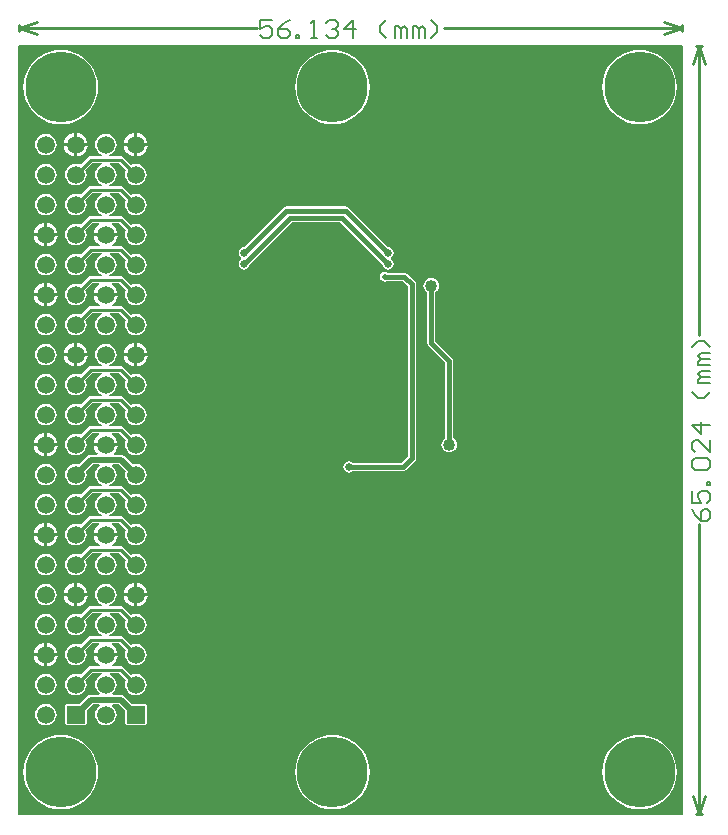
<source format=gbl>
G04 Layer_Physical_Order=2*
G04 Layer_Color=16711680*
%FSLAX44Y44*%
%MOMM*%
G71*
G01*
G75*
%ADD25C,0.2540*%
%ADD26C,0.5080*%
%ADD27C,0.3810*%
%ADD28C,0.1270*%
%ADD29C,0.1524*%
%ADD30C,6.0000*%
%ADD31C,1.5000*%
%ADD32R,1.5000X1.5000*%
%ADD33C,0.6350*%
%ADD34C,1.0160*%
%ADD35C,0.5080*%
G36*
X873760Y370840D02*
X312420D01*
Y1021080D01*
X873760D01*
Y370840D01*
D02*
G37*
%LPC*%
G36*
X334010Y617019D02*
X332659Y616842D01*
X330217Y615830D01*
X328119Y614221D01*
X326510Y612123D01*
X325498Y609681D01*
X325321Y608330D01*
X334010D01*
Y617019D01*
D02*
G37*
G36*
X396039Y605790D02*
X386080D01*
X376121D01*
X376298Y604439D01*
X377310Y601997D01*
X378919Y599899D01*
X380771Y598479D01*
X380566Y597448D01*
X380439Y597209D01*
X373380D01*
X373380Y597209D01*
X372290Y596992D01*
X371366Y596374D01*
X371366Y596374D01*
X364738Y589747D01*
X363036Y590452D01*
X360680Y590762D01*
X358324Y590452D01*
X356129Y589542D01*
X354244Y588096D01*
X352798Y586211D01*
X351888Y584016D01*
X351578Y581660D01*
X351888Y579304D01*
X352798Y577109D01*
X354244Y575224D01*
X356129Y573778D01*
X358324Y572868D01*
X360680Y572558D01*
X363036Y572868D01*
X365231Y573778D01*
X367116Y575224D01*
X368562Y577109D01*
X369472Y579304D01*
X369782Y581660D01*
X369472Y584016D01*
X368767Y585718D01*
X374560Y591511D01*
X382963D01*
X383216Y590241D01*
X381529Y589542D01*
X379644Y588096D01*
X378198Y586211D01*
X377288Y584016D01*
X376978Y581660D01*
X377288Y579304D01*
X378198Y577109D01*
X379644Y575224D01*
X381529Y573778D01*
X383724Y572868D01*
X386080Y572558D01*
X388436Y572868D01*
X390631Y573778D01*
X392516Y575224D01*
X393962Y577109D01*
X394872Y579304D01*
X395182Y581660D01*
X394872Y584016D01*
X393962Y586211D01*
X392516Y588096D01*
X390631Y589542D01*
X388944Y590241D01*
X389197Y591511D01*
X397600D01*
X403393Y585718D01*
X402688Y584016D01*
X402378Y581660D01*
X402688Y579304D01*
X403598Y577109D01*
X405044Y575224D01*
X406929Y573778D01*
X409124Y572868D01*
X411480Y572558D01*
X413836Y572868D01*
X416031Y573778D01*
X417916Y575224D01*
X419362Y577109D01*
X420272Y579304D01*
X420582Y581660D01*
X420272Y584016D01*
X419362Y586211D01*
X417916Y588096D01*
X416031Y589542D01*
X413836Y590452D01*
X411480Y590762D01*
X409124Y590452D01*
X407422Y589747D01*
X400794Y596374D01*
X399870Y596992D01*
X398780Y597209D01*
X398780Y597209D01*
X391721D01*
X391594Y597448D01*
X391389Y598479D01*
X393241Y599899D01*
X394850Y601997D01*
X395862Y604439D01*
X396039Y605790D01*
D02*
G37*
G36*
X335280Y641562D02*
X332924Y641252D01*
X330729Y640342D01*
X328844Y638896D01*
X327398Y637011D01*
X326488Y634816D01*
X326178Y632460D01*
X326488Y630104D01*
X327398Y627909D01*
X328844Y626024D01*
X330729Y624578D01*
X332924Y623668D01*
X335280Y623358D01*
X337636Y623668D01*
X339831Y624578D01*
X341716Y626024D01*
X343162Y627909D01*
X344072Y630104D01*
X344382Y632460D01*
X344072Y634816D01*
X343162Y637011D01*
X341716Y638896D01*
X339831Y640342D01*
X337636Y641252D01*
X335280Y641562D01*
D02*
G37*
G36*
X336550Y617019D02*
Y608330D01*
X345239D01*
X345062Y609681D01*
X344050Y612123D01*
X342441Y614221D01*
X340343Y615830D01*
X337901Y616842D01*
X336550Y617019D01*
D02*
G37*
G36*
X345239Y605790D02*
X336550D01*
Y597101D01*
X337901Y597278D01*
X340343Y598290D01*
X342441Y599899D01*
X344050Y601997D01*
X345062Y604439D01*
X345239Y605790D01*
D02*
G37*
G36*
X412750Y566219D02*
Y557530D01*
X421439D01*
X421262Y558881D01*
X420250Y561323D01*
X418641Y563421D01*
X416543Y565030D01*
X414101Y566042D01*
X412750Y566219D01*
D02*
G37*
G36*
X361950D02*
Y557530D01*
X370639D01*
X370462Y558881D01*
X369450Y561323D01*
X367841Y563421D01*
X365743Y565030D01*
X363301Y566042D01*
X361950Y566219D01*
D02*
G37*
G36*
X334010Y605790D02*
X325321D01*
X325498Y604439D01*
X326510Y601997D01*
X328119Y599899D01*
X330217Y598290D01*
X332659Y597278D01*
X334010Y597101D01*
Y605790D01*
D02*
G37*
G36*
X335280Y590762D02*
X332924Y590452D01*
X330729Y589542D01*
X328844Y588096D01*
X327398Y586211D01*
X326488Y584016D01*
X326178Y581660D01*
X326488Y579304D01*
X327398Y577109D01*
X328844Y575224D01*
X330729Y573778D01*
X332924Y572868D01*
X335280Y572558D01*
X337636Y572868D01*
X339831Y573778D01*
X341716Y575224D01*
X343162Y577109D01*
X344072Y579304D01*
X344382Y581660D01*
X344072Y584016D01*
X343162Y586211D01*
X341716Y588096D01*
X339831Y589542D01*
X337636Y590452D01*
X335280Y590762D01*
D02*
G37*
G36*
X334010Y693219D02*
X332659Y693042D01*
X330217Y692030D01*
X328119Y690421D01*
X326510Y688323D01*
X325498Y685881D01*
X325321Y684530D01*
X334010D01*
Y693219D01*
D02*
G37*
G36*
X661670Y824541D02*
X659946Y824314D01*
X658339Y823649D01*
X656960Y822590D01*
X655901Y821210D01*
X655236Y819604D01*
X655009Y817880D01*
X655236Y816156D01*
X655901Y814549D01*
X656960Y813170D01*
X658174Y812238D01*
Y769620D01*
X658440Y768282D01*
X659198Y767148D01*
X673414Y752932D01*
Y688902D01*
X672200Y687970D01*
X671141Y686590D01*
X670476Y684984D01*
X670249Y683260D01*
X670476Y681536D01*
X671141Y679930D01*
X672200Y678550D01*
X673579Y677491D01*
X675186Y676826D01*
X676910Y676599D01*
X678634Y676826D01*
X680240Y677491D01*
X681620Y678550D01*
X682679Y679930D01*
X683344Y681536D01*
X683571Y683260D01*
X683344Y684984D01*
X682679Y686590D01*
X681620Y687970D01*
X680406Y688902D01*
Y754380D01*
X680140Y755718D01*
X679382Y756852D01*
X665166Y771068D01*
Y812238D01*
X666380Y813170D01*
X667439Y814549D01*
X668104Y816156D01*
X668331Y817880D01*
X668104Y819604D01*
X667439Y821210D01*
X666380Y822590D01*
X665001Y823649D01*
X663394Y824314D01*
X661670Y824541D01*
D02*
G37*
G36*
X335280Y717762D02*
X332924Y717452D01*
X330729Y716542D01*
X328844Y715096D01*
X327398Y713211D01*
X326488Y711016D01*
X326178Y708660D01*
X326488Y706304D01*
X327398Y704109D01*
X328844Y702224D01*
X330729Y700778D01*
X332924Y699868D01*
X335280Y699558D01*
X337636Y699868D01*
X339831Y700778D01*
X341716Y702224D01*
X343162Y704109D01*
X344072Y706304D01*
X344382Y708660D01*
X344072Y711016D01*
X343162Y713211D01*
X341716Y715096D01*
X339831Y716542D01*
X337636Y717452D01*
X335280Y717762D01*
D02*
G37*
G36*
X336550Y693219D02*
Y684530D01*
X345239D01*
X345062Y685881D01*
X344050Y688323D01*
X342441Y690421D01*
X340343Y692030D01*
X337901Y693042D01*
X336550Y693219D01*
D02*
G37*
G36*
X345239Y681990D02*
X336550D01*
Y673301D01*
X337901Y673478D01*
X340343Y674490D01*
X342441Y676099D01*
X344050Y678197D01*
X345062Y680639D01*
X345239Y681990D01*
D02*
G37*
G36*
X396039D02*
X386080D01*
X376121D01*
X376298Y680639D01*
X377310Y678197D01*
X378919Y676099D01*
X379171Y675906D01*
X378763Y674704D01*
X373380D01*
X371794Y674388D01*
X370450Y673490D01*
X363443Y666483D01*
X363036Y666652D01*
X360680Y666962D01*
X358324Y666652D01*
X356129Y665742D01*
X354244Y664296D01*
X352798Y662411D01*
X351888Y660216D01*
X351578Y657860D01*
X351888Y655504D01*
X352798Y653309D01*
X354244Y651424D01*
X356129Y649978D01*
X358324Y649068D01*
X360680Y648758D01*
X363036Y649068D01*
X365231Y649978D01*
X367116Y651424D01*
X368562Y653309D01*
X369472Y655504D01*
X369782Y657860D01*
X369472Y660216D01*
X369303Y660623D01*
X375096Y666416D01*
X380321D01*
X380752Y665146D01*
X379644Y664296D01*
X378198Y662411D01*
X377288Y660216D01*
X376978Y657860D01*
X377288Y655504D01*
X378198Y653309D01*
X379644Y651424D01*
X381529Y649978D01*
X383216Y649279D01*
X382963Y648009D01*
X373380D01*
X373380Y648009D01*
X372290Y647792D01*
X371366Y647174D01*
X371366Y647174D01*
X364738Y640547D01*
X363036Y641252D01*
X360680Y641562D01*
X358324Y641252D01*
X356129Y640342D01*
X354244Y638896D01*
X352798Y637011D01*
X351888Y634816D01*
X351578Y632460D01*
X351888Y630104D01*
X352798Y627909D01*
X354244Y626024D01*
X356129Y624578D01*
X358324Y623668D01*
X360680Y623358D01*
X363036Y623668D01*
X365231Y624578D01*
X367116Y626024D01*
X368562Y627909D01*
X369472Y630104D01*
X369782Y632460D01*
X369472Y634816D01*
X368767Y636518D01*
X374560Y642311D01*
X382963D01*
X383216Y641041D01*
X381529Y640342D01*
X379644Y638896D01*
X378198Y637011D01*
X377288Y634816D01*
X376978Y632460D01*
X377288Y630104D01*
X378198Y627909D01*
X379644Y626024D01*
X381529Y624578D01*
X383216Y623879D01*
X382963Y622609D01*
X373380D01*
X373380Y622609D01*
X372290Y622392D01*
X371366Y621774D01*
X371366Y621774D01*
X364738Y615147D01*
X363036Y615852D01*
X360680Y616162D01*
X358324Y615852D01*
X356129Y614942D01*
X354244Y613496D01*
X352798Y611611D01*
X351888Y609416D01*
X351578Y607060D01*
X351888Y604704D01*
X352798Y602509D01*
X354244Y600624D01*
X356129Y599178D01*
X358324Y598268D01*
X360680Y597958D01*
X363036Y598268D01*
X365231Y599178D01*
X367116Y600624D01*
X368562Y602509D01*
X369472Y604704D01*
X369782Y607060D01*
X369472Y609416D01*
X368767Y611118D01*
X374560Y616911D01*
X380439D01*
X380566Y616673D01*
X380771Y615641D01*
X378919Y614221D01*
X377310Y612123D01*
X376298Y609681D01*
X376121Y608330D01*
X386080D01*
X396039D01*
X395862Y609681D01*
X394850Y612123D01*
X393241Y614221D01*
X391389Y615641D01*
X391594Y616673D01*
X391721Y616911D01*
X397600D01*
X403393Y611118D01*
X402688Y609416D01*
X402378Y607060D01*
X402688Y604704D01*
X403598Y602509D01*
X405044Y600624D01*
X406929Y599178D01*
X409124Y598268D01*
X411480Y597958D01*
X413836Y598268D01*
X416031Y599178D01*
X417916Y600624D01*
X419362Y602509D01*
X420272Y604704D01*
X420582Y607060D01*
X420272Y609416D01*
X419362Y611611D01*
X417916Y613496D01*
X416031Y614942D01*
X413836Y615852D01*
X411480Y616162D01*
X409124Y615852D01*
X407422Y615147D01*
X400794Y621774D01*
X399870Y622392D01*
X398780Y622609D01*
X398780Y622609D01*
X389197D01*
X388944Y623879D01*
X390631Y624578D01*
X392516Y626024D01*
X393962Y627909D01*
X394872Y630104D01*
X395182Y632460D01*
X394872Y634816D01*
X393962Y637011D01*
X392516Y638896D01*
X390631Y640342D01*
X388944Y641041D01*
X389197Y642311D01*
X397600D01*
X403393Y636518D01*
X402688Y634816D01*
X402378Y632460D01*
X402688Y630104D01*
X403598Y627909D01*
X405044Y626024D01*
X406929Y624578D01*
X409124Y623668D01*
X411480Y623358D01*
X413836Y623668D01*
X416031Y624578D01*
X417916Y626024D01*
X419362Y627909D01*
X420272Y630104D01*
X420582Y632460D01*
X420272Y634816D01*
X419362Y637011D01*
X417916Y638896D01*
X416031Y640342D01*
X413836Y641252D01*
X411480Y641562D01*
X409124Y641252D01*
X407422Y640547D01*
X400794Y647174D01*
X399870Y647792D01*
X398780Y648009D01*
X398780Y648009D01*
X389197D01*
X388944Y649279D01*
X390631Y649978D01*
X392516Y651424D01*
X393962Y653309D01*
X394872Y655504D01*
X395182Y657860D01*
X394872Y660216D01*
X393962Y662411D01*
X392516Y664296D01*
X391408Y665146D01*
X391839Y666416D01*
X397064D01*
X402857Y660623D01*
X402688Y660216D01*
X402378Y657860D01*
X402688Y655504D01*
X403598Y653309D01*
X405044Y651424D01*
X406929Y649978D01*
X409124Y649068D01*
X411480Y648758D01*
X413836Y649068D01*
X416031Y649978D01*
X417916Y651424D01*
X419362Y653309D01*
X420272Y655504D01*
X420582Y657860D01*
X420272Y660216D01*
X419362Y662411D01*
X417916Y664296D01*
X416031Y665742D01*
X413836Y666652D01*
X411480Y666962D01*
X409124Y666652D01*
X408717Y666483D01*
X401710Y673490D01*
X400366Y674388D01*
X398780Y674704D01*
X393397D01*
X392989Y675906D01*
X393241Y676099D01*
X394850Y678197D01*
X395862Y680639D01*
X396039Y681990D01*
D02*
G37*
G36*
X335280Y666962D02*
X332924Y666652D01*
X330729Y665742D01*
X328844Y664296D01*
X327398Y662411D01*
X326488Y660216D01*
X326178Y657860D01*
X326488Y655504D01*
X327398Y653309D01*
X328844Y651424D01*
X330729Y649978D01*
X332924Y649068D01*
X335280Y648758D01*
X337636Y649068D01*
X339831Y649978D01*
X341716Y651424D01*
X343162Y653309D01*
X344072Y655504D01*
X344382Y657860D01*
X344072Y660216D01*
X343162Y662411D01*
X341716Y664296D01*
X339831Y665742D01*
X337636Y666652D01*
X335280Y666962D01*
D02*
G37*
G36*
X334010Y681990D02*
X325321D01*
X325498Y680639D01*
X326510Y678197D01*
X328119Y676099D01*
X330217Y674490D01*
X332659Y673478D01*
X334010Y673301D01*
Y681990D01*
D02*
G37*
G36*
X622380Y829564D02*
X620794Y829248D01*
X619450Y828350D01*
X618552Y827006D01*
X618236Y825420D01*
X618552Y823834D01*
X619450Y822490D01*
X620794Y821592D01*
X622380Y821276D01*
X623966Y821592D01*
X624463Y821924D01*
X637442D01*
X641664Y817702D01*
Y673278D01*
X636092Y667706D01*
X595046D01*
X593653Y668636D01*
X591820Y669001D01*
X589987Y668636D01*
X588432Y667598D01*
X587394Y666043D01*
X587029Y664210D01*
X587394Y662377D01*
X588432Y660822D01*
X589987Y659784D01*
X591820Y659419D01*
X593653Y659784D01*
X595046Y660714D01*
X637540D01*
X638878Y660980D01*
X640012Y661738D01*
X647632Y669358D01*
X648390Y670492D01*
X648656Y671830D01*
Y819150D01*
X648656Y819150D01*
X648390Y820488D01*
X647632Y821622D01*
X647632Y821622D01*
X641362Y827892D01*
X640228Y828650D01*
X638890Y828916D01*
X624463D01*
X623966Y829248D01*
X622380Y829564D01*
D02*
G37*
G36*
X410210Y566219D02*
X408859Y566042D01*
X406417Y565030D01*
X404319Y563421D01*
X402710Y561323D01*
X401698Y558881D01*
X401521Y557530D01*
X410210D01*
Y566219D01*
D02*
G37*
G36*
X345239Y504190D02*
X336550D01*
Y495501D01*
X337901Y495678D01*
X340343Y496690D01*
X342441Y498299D01*
X344050Y500397D01*
X345062Y502839D01*
X345239Y504190D01*
D02*
G37*
G36*
X334010D02*
X325321D01*
X325498Y502839D01*
X326510Y500397D01*
X328119Y498299D01*
X330217Y496690D01*
X332659Y495678D01*
X334010Y495501D01*
Y504190D01*
D02*
G37*
G36*
Y515419D02*
X332659Y515242D01*
X330217Y514230D01*
X328119Y512621D01*
X326510Y510523D01*
X325498Y508081D01*
X325321Y506730D01*
X334010D01*
Y515419D01*
D02*
G37*
G36*
X396039Y504190D02*
X386080D01*
X376121D01*
X376298Y502839D01*
X377310Y500397D01*
X378919Y498299D01*
X380771Y496879D01*
X380566Y495848D01*
X380439Y495609D01*
X373380D01*
X373380Y495609D01*
X372290Y495392D01*
X371366Y494774D01*
X371366Y494774D01*
X364738Y488147D01*
X363036Y488852D01*
X360680Y489162D01*
X358324Y488852D01*
X356129Y487942D01*
X354244Y486496D01*
X352798Y484611D01*
X351888Y482416D01*
X351578Y480060D01*
X351888Y477704D01*
X352798Y475509D01*
X354244Y473624D01*
X356129Y472178D01*
X358324Y471268D01*
X360680Y470958D01*
X363036Y471268D01*
X365231Y472178D01*
X367116Y473624D01*
X368562Y475509D01*
X369472Y477704D01*
X369782Y480060D01*
X369472Y482416D01*
X368767Y484118D01*
X374560Y489911D01*
X382963D01*
X383216Y488641D01*
X381529Y487942D01*
X379644Y486496D01*
X378198Y484611D01*
X377288Y482416D01*
X376978Y480060D01*
X377288Y477704D01*
X378198Y475509D01*
X379644Y473624D01*
X380752Y472774D01*
X380321Y471504D01*
X373380D01*
X371794Y471188D01*
X370450Y470290D01*
X363970Y463810D01*
X353180D01*
X352014Y463326D01*
X351530Y462160D01*
Y447160D01*
X352014Y445994D01*
X353180Y445510D01*
X368180D01*
X369346Y445994D01*
X369830Y447160D01*
Y457950D01*
X375096Y463216D01*
X380321D01*
X380752Y461946D01*
X379644Y461096D01*
X378198Y459211D01*
X377288Y457016D01*
X376978Y454660D01*
X377288Y452304D01*
X378198Y450109D01*
X379644Y448224D01*
X381529Y446778D01*
X383724Y445868D01*
X386080Y445558D01*
X388436Y445868D01*
X390631Y446778D01*
X392516Y448224D01*
X393962Y450109D01*
X394872Y452304D01*
X395182Y454660D01*
X394872Y457016D01*
X393962Y459211D01*
X392516Y461096D01*
X391408Y461946D01*
X391839Y463216D01*
X397064D01*
X402330Y457950D01*
Y447160D01*
X402814Y445994D01*
X403980Y445510D01*
X418980D01*
X420146Y445994D01*
X420630Y447160D01*
Y462160D01*
X420146Y463326D01*
X418980Y463810D01*
X408190D01*
X401710Y470290D01*
X400366Y471188D01*
X398780Y471504D01*
X391839D01*
X391408Y472774D01*
X392516Y473624D01*
X393962Y475509D01*
X394872Y477704D01*
X395182Y480060D01*
X394872Y482416D01*
X393962Y484611D01*
X392516Y486496D01*
X390631Y487942D01*
X388944Y488641D01*
X389197Y489911D01*
X397600D01*
X403393Y484118D01*
X402688Y482416D01*
X402378Y480060D01*
X402688Y477704D01*
X403598Y475509D01*
X405044Y473624D01*
X406929Y472178D01*
X409124Y471268D01*
X411480Y470958D01*
X413836Y471268D01*
X416031Y472178D01*
X417916Y473624D01*
X419362Y475509D01*
X420272Y477704D01*
X420582Y480060D01*
X420272Y482416D01*
X419362Y484611D01*
X417916Y486496D01*
X416031Y487942D01*
X413836Y488852D01*
X411480Y489162D01*
X409124Y488852D01*
X407422Y488147D01*
X400794Y494774D01*
X399870Y495392D01*
X398780Y495609D01*
X398780Y495609D01*
X391721D01*
X391594Y495848D01*
X391389Y496879D01*
X393241Y498299D01*
X394850Y500397D01*
X395862Y502839D01*
X396039Y504190D01*
D02*
G37*
G36*
X335280Y489162D02*
X332924Y488852D01*
X330729Y487942D01*
X328844Y486496D01*
X327398Y484611D01*
X326488Y482416D01*
X326178Y480060D01*
X326488Y477704D01*
X327398Y475509D01*
X328844Y473624D01*
X330729Y472178D01*
X332924Y471268D01*
X335280Y470958D01*
X337636Y471268D01*
X339831Y472178D01*
X341716Y473624D01*
X343162Y475509D01*
X344072Y477704D01*
X344382Y480060D01*
X344072Y482416D01*
X343162Y484611D01*
X341716Y486496D01*
X339831Y487942D01*
X337636Y488852D01*
X335280Y489162D01*
D02*
G37*
G36*
X577980Y437641D02*
X573033Y437252D01*
X568208Y436094D01*
X563624Y434195D01*
X559393Y431602D01*
X555620Y428380D01*
X552397Y424607D01*
X549805Y420376D01*
X547906Y415792D01*
X546747Y410967D01*
X546358Y406020D01*
X546747Y401073D01*
X547906Y396249D01*
X549805Y391664D01*
X552397Y387433D01*
X555620Y383660D01*
X559393Y380438D01*
X563624Y377845D01*
X568208Y375946D01*
X573033Y374788D01*
X577980Y374399D01*
X582926Y374788D01*
X587751Y375946D01*
X592335Y377845D01*
X596566Y380438D01*
X600339Y383660D01*
X603562Y387433D01*
X606154Y391664D01*
X608053Y396249D01*
X609212Y401073D01*
X609601Y406020D01*
X609212Y410967D01*
X608053Y415792D01*
X606154Y420376D01*
X603562Y424607D01*
X600339Y428380D01*
X596566Y431602D01*
X592335Y434195D01*
X587751Y436094D01*
X582926Y437252D01*
X577980Y437641D01*
D02*
G37*
G36*
X347980D02*
X343033Y437252D01*
X338208Y436094D01*
X333624Y434195D01*
X329393Y431602D01*
X325620Y428380D01*
X322398Y424607D01*
X319805Y420376D01*
X317906Y415792D01*
X316748Y410967D01*
X316359Y406020D01*
X316748Y401073D01*
X317906Y396249D01*
X319805Y391664D01*
X322398Y387433D01*
X325620Y383660D01*
X329393Y380438D01*
X333624Y377845D01*
X338208Y375946D01*
X343033Y374788D01*
X347980Y374399D01*
X352927Y374788D01*
X357752Y375946D01*
X362336Y377845D01*
X366567Y380438D01*
X370340Y383660D01*
X373562Y387433D01*
X376155Y391664D01*
X378054Y396249D01*
X379212Y401073D01*
X379601Y406020D01*
X379212Y410967D01*
X378054Y415792D01*
X376155Y420376D01*
X373562Y424607D01*
X370340Y428380D01*
X366567Y431602D01*
X362336Y434195D01*
X357752Y436094D01*
X352927Y437252D01*
X347980Y437641D01*
D02*
G37*
G36*
X335280Y463762D02*
X332924Y463452D01*
X330729Y462542D01*
X328844Y461096D01*
X327398Y459211D01*
X326488Y457016D01*
X326178Y454660D01*
X326488Y452304D01*
X327398Y450109D01*
X328844Y448224D01*
X330729Y446778D01*
X332924Y445868D01*
X335280Y445558D01*
X337636Y445868D01*
X339831Y446778D01*
X341716Y448224D01*
X343162Y450109D01*
X344072Y452304D01*
X344382Y454660D01*
X344072Y457016D01*
X343162Y459211D01*
X341716Y461096D01*
X339831Y462542D01*
X337636Y463452D01*
X335280Y463762D01*
D02*
G37*
G36*
X837979Y437641D02*
X833032Y437252D01*
X828207Y436094D01*
X823623Y434195D01*
X819392Y431602D01*
X815619Y428380D01*
X812397Y424607D01*
X809804Y420376D01*
X807905Y415792D01*
X806747Y410967D01*
X806358Y406020D01*
X806747Y401073D01*
X807905Y396249D01*
X809804Y391664D01*
X812397Y387433D01*
X815619Y383660D01*
X819392Y380438D01*
X823623Y377845D01*
X828207Y375946D01*
X833032Y374788D01*
X837979Y374399D01*
X842926Y374788D01*
X847751Y375946D01*
X852335Y377845D01*
X856566Y380438D01*
X860339Y383660D01*
X863561Y387433D01*
X866154Y391664D01*
X868053Y396249D01*
X869211Y401073D01*
X869600Y406020D01*
X869211Y410967D01*
X868053Y415792D01*
X866154Y420376D01*
X863561Y424607D01*
X860339Y428380D01*
X856566Y431602D01*
X852335Y434195D01*
X847751Y436094D01*
X842926Y437252D01*
X837979Y437641D01*
D02*
G37*
G36*
X386080Y565362D02*
X383724Y565052D01*
X381529Y564142D01*
X379644Y562696D01*
X378198Y560811D01*
X377288Y558616D01*
X376978Y556260D01*
X377288Y553904D01*
X378198Y551709D01*
X379644Y549824D01*
X381529Y548378D01*
X383216Y547679D01*
X382963Y546409D01*
X373380D01*
X373380Y546409D01*
X372290Y546192D01*
X371366Y545574D01*
X371366Y545574D01*
X364738Y538947D01*
X363036Y539652D01*
X360680Y539962D01*
X358324Y539652D01*
X356129Y538742D01*
X354244Y537296D01*
X352798Y535411D01*
X351888Y533216D01*
X351578Y530860D01*
X351888Y528504D01*
X352798Y526309D01*
X354244Y524424D01*
X356129Y522978D01*
X358324Y522068D01*
X360680Y521758D01*
X363036Y522068D01*
X365231Y522978D01*
X367116Y524424D01*
X368562Y526309D01*
X369472Y528504D01*
X369782Y530860D01*
X369472Y533216D01*
X368767Y534918D01*
X374560Y540711D01*
X382963D01*
X383216Y539441D01*
X381529Y538742D01*
X379644Y537296D01*
X378198Y535411D01*
X377288Y533216D01*
X376978Y530860D01*
X377288Y528504D01*
X378198Y526309D01*
X379644Y524424D01*
X381529Y522978D01*
X383216Y522279D01*
X382963Y521009D01*
X373380D01*
X373380Y521009D01*
X372290Y520792D01*
X371366Y520174D01*
X371366Y520174D01*
X364738Y513547D01*
X363036Y514252D01*
X360680Y514562D01*
X358324Y514252D01*
X356129Y513342D01*
X354244Y511896D01*
X352798Y510011D01*
X351888Y507816D01*
X351578Y505460D01*
X351888Y503104D01*
X352798Y500909D01*
X354244Y499024D01*
X356129Y497578D01*
X358324Y496668D01*
X360680Y496358D01*
X363036Y496668D01*
X365231Y497578D01*
X367116Y499024D01*
X368562Y500909D01*
X369472Y503104D01*
X369782Y505460D01*
X369472Y507816D01*
X368767Y509518D01*
X374560Y515311D01*
X380439D01*
X380566Y515073D01*
X380771Y514041D01*
X378919Y512621D01*
X377310Y510523D01*
X376298Y508081D01*
X376121Y506730D01*
X386080D01*
X396039D01*
X395862Y508081D01*
X394850Y510523D01*
X393241Y512621D01*
X391389Y514041D01*
X391594Y515073D01*
X391721Y515311D01*
X397600D01*
X403393Y509518D01*
X402688Y507816D01*
X402378Y505460D01*
X402688Y503104D01*
X403598Y500909D01*
X405044Y499024D01*
X406929Y497578D01*
X409124Y496668D01*
X411480Y496358D01*
X413836Y496668D01*
X416031Y497578D01*
X417916Y499024D01*
X419362Y500909D01*
X420272Y503104D01*
X420582Y505460D01*
X420272Y507816D01*
X419362Y510011D01*
X417916Y511896D01*
X416031Y513342D01*
X413836Y514252D01*
X411480Y514562D01*
X409124Y514252D01*
X407422Y513547D01*
X400794Y520174D01*
X399870Y520792D01*
X398780Y521009D01*
X398780Y521009D01*
X389197D01*
X388944Y522279D01*
X390631Y522978D01*
X392516Y524424D01*
X393962Y526309D01*
X394872Y528504D01*
X395182Y530860D01*
X394872Y533216D01*
X393962Y535411D01*
X392516Y537296D01*
X390631Y538742D01*
X388944Y539441D01*
X389197Y540711D01*
X397600D01*
X403393Y534918D01*
X402688Y533216D01*
X402378Y530860D01*
X402688Y528504D01*
X403598Y526309D01*
X405044Y524424D01*
X406929Y522978D01*
X409124Y522068D01*
X411480Y521758D01*
X413836Y522068D01*
X416031Y522978D01*
X417916Y524424D01*
X419362Y526309D01*
X420272Y528504D01*
X420582Y530860D01*
X420272Y533216D01*
X419362Y535411D01*
X417916Y537296D01*
X416031Y538742D01*
X413836Y539652D01*
X411480Y539962D01*
X409124Y539652D01*
X407422Y538947D01*
X400794Y545574D01*
X399870Y546192D01*
X398780Y546409D01*
X398780Y546409D01*
X389197D01*
X388944Y547679D01*
X390631Y548378D01*
X392516Y549824D01*
X393962Y551709D01*
X394872Y553904D01*
X395182Y556260D01*
X394872Y558616D01*
X393962Y560811D01*
X392516Y562696D01*
X390631Y564142D01*
X388436Y565052D01*
X386080Y565362D01*
D02*
G37*
G36*
X370639Y554990D02*
X361950D01*
Y546301D01*
X363301Y546478D01*
X365743Y547490D01*
X367841Y549099D01*
X369450Y551197D01*
X370462Y553639D01*
X370639Y554990D01*
D02*
G37*
G36*
X359410Y566219D02*
X358059Y566042D01*
X355617Y565030D01*
X353519Y563421D01*
X351910Y561323D01*
X350898Y558881D01*
X350721Y557530D01*
X359410D01*
Y566219D01*
D02*
G37*
G36*
X335280Y565362D02*
X332924Y565052D01*
X330729Y564142D01*
X328844Y562696D01*
X327398Y560811D01*
X326488Y558616D01*
X326178Y556260D01*
X326488Y553904D01*
X327398Y551709D01*
X328844Y549824D01*
X330729Y548378D01*
X332924Y547468D01*
X335280Y547158D01*
X337636Y547468D01*
X339831Y548378D01*
X341716Y549824D01*
X343162Y551709D01*
X344072Y553904D01*
X344382Y556260D01*
X344072Y558616D01*
X343162Y560811D01*
X341716Y562696D01*
X339831Y564142D01*
X337636Y565052D01*
X335280Y565362D01*
D02*
G37*
G36*
X421439Y554990D02*
X412750D01*
Y546301D01*
X414101Y546478D01*
X416543Y547490D01*
X418641Y549099D01*
X420250Y551197D01*
X421262Y553639D01*
X421439Y554990D01*
D02*
G37*
G36*
X335280Y539962D02*
X332924Y539652D01*
X330729Y538742D01*
X328844Y537296D01*
X327398Y535411D01*
X326488Y533216D01*
X326178Y530860D01*
X326488Y528504D01*
X327398Y526309D01*
X328844Y524424D01*
X330729Y522978D01*
X332924Y522068D01*
X335280Y521758D01*
X337636Y522068D01*
X339831Y522978D01*
X341716Y524424D01*
X343162Y526309D01*
X344072Y528504D01*
X344382Y530860D01*
X344072Y533216D01*
X343162Y535411D01*
X341716Y537296D01*
X339831Y538742D01*
X337636Y539652D01*
X335280Y539962D01*
D02*
G37*
G36*
X336550Y515419D02*
Y506730D01*
X345239D01*
X345062Y508081D01*
X344050Y510523D01*
X342441Y512621D01*
X340343Y514230D01*
X337901Y515242D01*
X336550Y515419D01*
D02*
G37*
G36*
X410210Y554990D02*
X401521D01*
X401698Y553639D01*
X402710Y551197D01*
X404319Y549099D01*
X406417Y547490D01*
X408859Y546478D01*
X410210Y546301D01*
Y554990D01*
D02*
G37*
G36*
X359410D02*
X350721D01*
X350898Y553639D01*
X351910Y551197D01*
X353519Y549099D01*
X355617Y547490D01*
X358059Y546478D01*
X359410Y546301D01*
Y554990D01*
D02*
G37*
G36*
X335280Y743162D02*
X332924Y742852D01*
X330729Y741942D01*
X328844Y740496D01*
X327398Y738611D01*
X326488Y736416D01*
X326178Y734060D01*
X326488Y731704D01*
X327398Y729509D01*
X328844Y727624D01*
X330729Y726178D01*
X332924Y725268D01*
X335280Y724958D01*
X337636Y725268D01*
X339831Y726178D01*
X341716Y727624D01*
X343162Y729509D01*
X344072Y731704D01*
X344382Y734060D01*
X344072Y736416D01*
X343162Y738611D01*
X341716Y740496D01*
X339831Y741942D01*
X337636Y742852D01*
X335280Y743162D01*
D02*
G37*
G36*
X359410Y935990D02*
X350721D01*
X350898Y934639D01*
X351910Y932197D01*
X353519Y930099D01*
X355617Y928490D01*
X358059Y927478D01*
X359410Y927301D01*
Y935990D01*
D02*
G37*
G36*
X335280Y920962D02*
X332924Y920652D01*
X330729Y919742D01*
X328844Y918296D01*
X327398Y916411D01*
X326488Y914216D01*
X326178Y911860D01*
X326488Y909504D01*
X327398Y907309D01*
X328844Y905424D01*
X330729Y903978D01*
X332924Y903068D01*
X335280Y902758D01*
X337636Y903068D01*
X339831Y903978D01*
X341716Y905424D01*
X343162Y907309D01*
X344072Y909504D01*
X344382Y911860D01*
X344072Y914216D01*
X343162Y916411D01*
X341716Y918296D01*
X339831Y919742D01*
X337636Y920652D01*
X335280Y920962D01*
D02*
G37*
G36*
X370639Y935990D02*
X361950D01*
Y927301D01*
X363301Y927478D01*
X365743Y928490D01*
X367841Y930099D01*
X369450Y932197D01*
X370462Y934639D01*
X370639Y935990D01*
D02*
G37*
G36*
X410210D02*
X401521D01*
X401698Y934639D01*
X402710Y932197D01*
X404319Y930099D01*
X406417Y928490D01*
X408859Y927478D01*
X410210Y927301D01*
Y935990D01*
D02*
G37*
G36*
X335280Y895562D02*
X332924Y895252D01*
X330729Y894342D01*
X328844Y892896D01*
X327398Y891011D01*
X326488Y888816D01*
X326178Y886460D01*
X326488Y884104D01*
X327398Y881909D01*
X328844Y880024D01*
X330729Y878578D01*
X332924Y877668D01*
X335280Y877358D01*
X337636Y877668D01*
X339831Y878578D01*
X341716Y880024D01*
X343162Y881909D01*
X344072Y884104D01*
X344382Y886460D01*
X344072Y888816D01*
X343162Y891011D01*
X341716Y892896D01*
X339831Y894342D01*
X337636Y895252D01*
X335280Y895562D01*
D02*
G37*
G36*
X396039Y859790D02*
X386080D01*
X376121D01*
X376298Y858439D01*
X377310Y855997D01*
X378919Y853899D01*
X380771Y852479D01*
X380566Y851448D01*
X380439Y851209D01*
X373380D01*
X373380Y851209D01*
X372290Y850992D01*
X371366Y850374D01*
X371366Y850374D01*
X364738Y843747D01*
X363036Y844452D01*
X360680Y844762D01*
X358324Y844452D01*
X356129Y843542D01*
X354244Y842096D01*
X352798Y840211D01*
X351888Y838016D01*
X351578Y835660D01*
X351888Y833304D01*
X352798Y831109D01*
X354244Y829224D01*
X356129Y827778D01*
X358324Y826868D01*
X360680Y826558D01*
X363036Y826868D01*
X365231Y827778D01*
X367116Y829224D01*
X368562Y831109D01*
X369472Y833304D01*
X369782Y835660D01*
X369472Y838016D01*
X368767Y839718D01*
X374560Y845511D01*
X382963D01*
X383216Y844241D01*
X381529Y843542D01*
X379644Y842096D01*
X378198Y840211D01*
X377288Y838016D01*
X376978Y835660D01*
X377288Y833304D01*
X378198Y831109D01*
X379644Y829224D01*
X381529Y827778D01*
X383216Y827079D01*
X382963Y825809D01*
X373380D01*
X373380Y825809D01*
X372290Y825592D01*
X371366Y824974D01*
X371366Y824974D01*
X364738Y818347D01*
X363036Y819052D01*
X360680Y819362D01*
X358324Y819052D01*
X356129Y818142D01*
X354244Y816696D01*
X352798Y814811D01*
X351888Y812616D01*
X351578Y810260D01*
X351888Y807904D01*
X352798Y805709D01*
X354244Y803824D01*
X356129Y802378D01*
X358324Y801468D01*
X360680Y801158D01*
X363036Y801468D01*
X365231Y802378D01*
X367116Y803824D01*
X368562Y805709D01*
X369472Y807904D01*
X369782Y810260D01*
X369472Y812616D01*
X368767Y814318D01*
X374560Y820111D01*
X380439D01*
X380566Y819873D01*
X380771Y818841D01*
X378919Y817421D01*
X377310Y815323D01*
X376298Y812881D01*
X376121Y811530D01*
X386080D01*
X396039D01*
X395862Y812881D01*
X394850Y815323D01*
X393241Y817421D01*
X391389Y818841D01*
X391594Y819873D01*
X391721Y820111D01*
X397600D01*
X403393Y814318D01*
X402688Y812616D01*
X402378Y810260D01*
X402688Y807904D01*
X403598Y805709D01*
X405044Y803824D01*
X406929Y802378D01*
X409124Y801468D01*
X411480Y801158D01*
X413836Y801468D01*
X416031Y802378D01*
X417916Y803824D01*
X419362Y805709D01*
X420272Y807904D01*
X420582Y810260D01*
X420272Y812616D01*
X419362Y814811D01*
X417916Y816696D01*
X416031Y818142D01*
X413836Y819052D01*
X411480Y819362D01*
X409124Y819052D01*
X407422Y818347D01*
X400794Y824974D01*
X399870Y825592D01*
X398780Y825809D01*
X398780Y825809D01*
X389197D01*
X388944Y827079D01*
X390631Y827778D01*
X392516Y829224D01*
X393962Y831109D01*
X394872Y833304D01*
X395182Y835660D01*
X394872Y838016D01*
X393962Y840211D01*
X392516Y842096D01*
X390631Y843542D01*
X388944Y844241D01*
X389197Y845511D01*
X397600D01*
X403393Y839718D01*
X402688Y838016D01*
X402378Y835660D01*
X402688Y833304D01*
X403598Y831109D01*
X405044Y829224D01*
X406929Y827778D01*
X409124Y826868D01*
X411480Y826558D01*
X413836Y826868D01*
X416031Y827778D01*
X417916Y829224D01*
X419362Y831109D01*
X420272Y833304D01*
X420582Y835660D01*
X420272Y838016D01*
X419362Y840211D01*
X417916Y842096D01*
X416031Y843542D01*
X413836Y844452D01*
X411480Y844762D01*
X409124Y844452D01*
X407422Y843747D01*
X400794Y850374D01*
X399870Y850992D01*
X398780Y851209D01*
X398780Y851209D01*
X391721D01*
X391594Y851448D01*
X391389Y852479D01*
X393241Y853899D01*
X394850Y855997D01*
X395862Y858439D01*
X396039Y859790D01*
D02*
G37*
G36*
X345239D02*
X336550D01*
Y851101D01*
X337901Y851278D01*
X340343Y852290D01*
X342441Y853899D01*
X344050Y855997D01*
X345062Y858439D01*
X345239Y859790D01*
D02*
G37*
G36*
X336550Y871019D02*
Y862330D01*
X345239D01*
X345062Y863681D01*
X344050Y866123D01*
X342441Y868221D01*
X340343Y869830D01*
X337901Y870842D01*
X336550Y871019D01*
D02*
G37*
G36*
X334010D02*
X332659Y870842D01*
X330217Y869830D01*
X328119Y868221D01*
X326510Y866123D01*
X325498Y863681D01*
X325321Y862330D01*
X334010D01*
Y871019D01*
D02*
G37*
G36*
X421439Y935990D02*
X412750D01*
Y927301D01*
X414101Y927478D01*
X416543Y928490D01*
X418641Y930099D01*
X420250Y932197D01*
X421262Y934639D01*
X421439Y935990D01*
D02*
G37*
G36*
X347980Y1017601D02*
X343033Y1017212D01*
X338208Y1016054D01*
X333624Y1014155D01*
X329393Y1011562D01*
X325620Y1008340D01*
X322398Y1004567D01*
X319805Y1000336D01*
X317906Y995752D01*
X316748Y990927D01*
X316359Y985980D01*
X316748Y981033D01*
X317906Y976208D01*
X319805Y971624D01*
X322398Y967393D01*
X325620Y963620D01*
X329393Y960398D01*
X333624Y957805D01*
X338208Y955906D01*
X343033Y954748D01*
X347980Y954359D01*
X352927Y954748D01*
X357752Y955906D01*
X362336Y957805D01*
X366567Y960398D01*
X370340Y963620D01*
X373562Y967393D01*
X376155Y971624D01*
X378054Y976208D01*
X379212Y981033D01*
X379601Y985980D01*
X379212Y990927D01*
X378054Y995752D01*
X376155Y1000336D01*
X373562Y1004567D01*
X370340Y1008340D01*
X366567Y1011562D01*
X362336Y1014155D01*
X357752Y1016054D01*
X352927Y1017212D01*
X347980Y1017601D01*
D02*
G37*
G36*
X412750Y947219D02*
Y938530D01*
X421439D01*
X421262Y939881D01*
X420250Y942323D01*
X418641Y944421D01*
X416543Y946030D01*
X414101Y947042D01*
X412750Y947219D01*
D02*
G37*
G36*
X837979Y1017601D02*
X833032Y1017212D01*
X828207Y1016054D01*
X823623Y1014155D01*
X819392Y1011562D01*
X815619Y1008340D01*
X812397Y1004567D01*
X809804Y1000336D01*
X807905Y995752D01*
X806747Y990927D01*
X806358Y985980D01*
X806747Y981033D01*
X807905Y976208D01*
X809804Y971624D01*
X812397Y967393D01*
X815619Y963620D01*
X819392Y960398D01*
X823623Y957805D01*
X828207Y955906D01*
X833032Y954748D01*
X837979Y954359D01*
X842926Y954748D01*
X847751Y955906D01*
X852335Y957805D01*
X856566Y960398D01*
X860339Y963620D01*
X863561Y967393D01*
X866154Y971624D01*
X868053Y976208D01*
X869211Y981033D01*
X869600Y985980D01*
X869211Y990927D01*
X868053Y995752D01*
X866154Y1000336D01*
X863561Y1004567D01*
X860339Y1008340D01*
X856566Y1011562D01*
X852335Y1014155D01*
X847751Y1016054D01*
X842926Y1017212D01*
X837979Y1017601D01*
D02*
G37*
G36*
X577980D02*
X573033Y1017212D01*
X568208Y1016054D01*
X563624Y1014155D01*
X559393Y1011562D01*
X555620Y1008340D01*
X552397Y1004567D01*
X549805Y1000336D01*
X547906Y995752D01*
X546747Y990927D01*
X546358Y985980D01*
X546747Y981033D01*
X547906Y976208D01*
X549805Y971624D01*
X552397Y967393D01*
X555620Y963620D01*
X559393Y960398D01*
X563624Y957805D01*
X568208Y955906D01*
X573033Y954748D01*
X577980Y954359D01*
X582926Y954748D01*
X587751Y955906D01*
X592335Y957805D01*
X596566Y960398D01*
X600339Y963620D01*
X603562Y967393D01*
X606154Y971624D01*
X608053Y976208D01*
X609212Y981033D01*
X609601Y985980D01*
X609212Y990927D01*
X608053Y995752D01*
X606154Y1000336D01*
X603562Y1004567D01*
X600339Y1008340D01*
X596566Y1011562D01*
X592335Y1014155D01*
X587751Y1016054D01*
X582926Y1017212D01*
X577980Y1017601D01*
D02*
G37*
G36*
X361950Y947219D02*
Y938530D01*
X370639D01*
X370462Y939881D01*
X369450Y942323D01*
X367841Y944421D01*
X365743Y946030D01*
X363301Y947042D01*
X361950Y947219D01*
D02*
G37*
G36*
X335280Y946362D02*
X332924Y946052D01*
X330729Y945142D01*
X328844Y943696D01*
X327398Y941811D01*
X326488Y939616D01*
X326178Y937260D01*
X326488Y934904D01*
X327398Y932709D01*
X328844Y930824D01*
X330729Y929378D01*
X332924Y928468D01*
X335280Y928158D01*
X337636Y928468D01*
X339831Y929378D01*
X341716Y930824D01*
X343162Y932709D01*
X344072Y934904D01*
X344382Y937260D01*
X344072Y939616D01*
X343162Y941811D01*
X341716Y943696D01*
X339831Y945142D01*
X337636Y946052D01*
X335280Y946362D01*
D02*
G37*
G36*
X386080D02*
X383724Y946052D01*
X381529Y945142D01*
X379644Y943696D01*
X378198Y941811D01*
X377288Y939616D01*
X376978Y937260D01*
X377288Y934904D01*
X378198Y932709D01*
X379644Y930824D01*
X381529Y929378D01*
X383216Y928679D01*
X382963Y927409D01*
X373380D01*
X373380Y927409D01*
X372290Y927192D01*
X371366Y926574D01*
X371366Y926574D01*
X364738Y919947D01*
X363036Y920652D01*
X360680Y920962D01*
X358324Y920652D01*
X356129Y919742D01*
X354244Y918296D01*
X352798Y916411D01*
X351888Y914216D01*
X351578Y911860D01*
X351888Y909504D01*
X352798Y907309D01*
X354244Y905424D01*
X356129Y903978D01*
X358324Y903068D01*
X360680Y902758D01*
X363036Y903068D01*
X365231Y903978D01*
X367116Y905424D01*
X368562Y907309D01*
X369472Y909504D01*
X369782Y911860D01*
X369472Y914216D01*
X368767Y915918D01*
X374560Y921711D01*
X382963D01*
X383216Y920441D01*
X381529Y919742D01*
X379644Y918296D01*
X378198Y916411D01*
X377288Y914216D01*
X376978Y911860D01*
X377288Y909504D01*
X378198Y907309D01*
X379644Y905424D01*
X381529Y903978D01*
X383216Y903279D01*
X382963Y902009D01*
X373380D01*
X373380Y902009D01*
X372290Y901792D01*
X371366Y901174D01*
X371366Y901174D01*
X364738Y894547D01*
X363036Y895252D01*
X360680Y895562D01*
X358324Y895252D01*
X356129Y894342D01*
X354244Y892896D01*
X352798Y891011D01*
X351888Y888816D01*
X351578Y886460D01*
X351888Y884104D01*
X352798Y881909D01*
X354244Y880024D01*
X356129Y878578D01*
X358324Y877668D01*
X360680Y877358D01*
X363036Y877668D01*
X365231Y878578D01*
X367116Y880024D01*
X368562Y881909D01*
X369472Y884104D01*
X369782Y886460D01*
X369472Y888816D01*
X368767Y890518D01*
X374560Y896311D01*
X382963D01*
X383216Y895041D01*
X381529Y894342D01*
X379644Y892896D01*
X378198Y891011D01*
X377288Y888816D01*
X376978Y886460D01*
X377288Y884104D01*
X378198Y881909D01*
X379644Y880024D01*
X381529Y878578D01*
X383216Y877879D01*
X382963Y876609D01*
X373380D01*
X373380Y876609D01*
X372290Y876392D01*
X371366Y875774D01*
X371366Y875774D01*
X364738Y869147D01*
X363036Y869852D01*
X360680Y870162D01*
X358324Y869852D01*
X356129Y868942D01*
X354244Y867496D01*
X352798Y865611D01*
X351888Y863416D01*
X351578Y861060D01*
X351888Y858704D01*
X352798Y856509D01*
X354244Y854624D01*
X356129Y853178D01*
X358324Y852268D01*
X360680Y851958D01*
X363036Y852268D01*
X365231Y853178D01*
X367116Y854624D01*
X368562Y856509D01*
X369472Y858704D01*
X369782Y861060D01*
X369472Y863416D01*
X368767Y865118D01*
X374560Y870911D01*
X380439D01*
X380566Y870673D01*
X380771Y869641D01*
X378919Y868221D01*
X377310Y866123D01*
X376298Y863681D01*
X376121Y862330D01*
X386080D01*
X396039D01*
X395862Y863681D01*
X394850Y866123D01*
X393241Y868221D01*
X391389Y869641D01*
X391594Y870673D01*
X391721Y870911D01*
X397600D01*
X403393Y865118D01*
X402688Y863416D01*
X402378Y861060D01*
X402688Y858704D01*
X403598Y856509D01*
X405044Y854624D01*
X406929Y853178D01*
X409124Y852268D01*
X411480Y851958D01*
X413836Y852268D01*
X416031Y853178D01*
X417916Y854624D01*
X419362Y856509D01*
X420272Y858704D01*
X420582Y861060D01*
X420272Y863416D01*
X419362Y865611D01*
X417916Y867496D01*
X416031Y868942D01*
X413836Y869852D01*
X411480Y870162D01*
X409124Y869852D01*
X407422Y869147D01*
X400794Y875774D01*
X399870Y876392D01*
X398780Y876609D01*
X398780Y876609D01*
X389197D01*
X388944Y877879D01*
X390631Y878578D01*
X392516Y880024D01*
X393962Y881909D01*
X394872Y884104D01*
X395182Y886460D01*
X394872Y888816D01*
X393962Y891011D01*
X392516Y892896D01*
X390631Y894342D01*
X388944Y895041D01*
X389197Y896311D01*
X397600D01*
X403393Y890518D01*
X402688Y888816D01*
X402378Y886460D01*
X402688Y884104D01*
X403598Y881909D01*
X405044Y880024D01*
X406929Y878578D01*
X409124Y877668D01*
X411480Y877358D01*
X413836Y877668D01*
X416031Y878578D01*
X417916Y880024D01*
X419362Y881909D01*
X420272Y884104D01*
X420582Y886460D01*
X420272Y888816D01*
X419362Y891011D01*
X417916Y892896D01*
X416031Y894342D01*
X413836Y895252D01*
X411480Y895562D01*
X409124Y895252D01*
X407422Y894547D01*
X400794Y901174D01*
X399870Y901792D01*
X398780Y902009D01*
X398780Y902009D01*
X389197D01*
X388944Y903279D01*
X390631Y903978D01*
X392516Y905424D01*
X393962Y907309D01*
X394872Y909504D01*
X395182Y911860D01*
X394872Y914216D01*
X393962Y916411D01*
X392516Y918296D01*
X390631Y919742D01*
X388944Y920441D01*
X389197Y921711D01*
X397600D01*
X403393Y915918D01*
X402688Y914216D01*
X402378Y911860D01*
X402688Y909504D01*
X403598Y907309D01*
X405044Y905424D01*
X406929Y903978D01*
X409124Y903068D01*
X411480Y902758D01*
X413836Y903068D01*
X416031Y903978D01*
X417916Y905424D01*
X419362Y907309D01*
X420272Y909504D01*
X420582Y911860D01*
X420272Y914216D01*
X419362Y916411D01*
X417916Y918296D01*
X416031Y919742D01*
X413836Y920652D01*
X411480Y920962D01*
X409124Y920652D01*
X407422Y919947D01*
X400794Y926574D01*
X399870Y927192D01*
X398780Y927409D01*
X398780Y927409D01*
X389197D01*
X388944Y928679D01*
X390631Y929378D01*
X392516Y930824D01*
X393962Y932709D01*
X394872Y934904D01*
X395182Y937260D01*
X394872Y939616D01*
X393962Y941811D01*
X392516Y943696D01*
X390631Y945142D01*
X388436Y946052D01*
X386080Y946362D01*
D02*
G37*
G36*
X410210Y947219D02*
X408859Y947042D01*
X406417Y946030D01*
X404319Y944421D01*
X402710Y942323D01*
X401698Y939881D01*
X401521Y938530D01*
X410210D01*
Y947219D01*
D02*
G37*
G36*
X359410D02*
X358059Y947042D01*
X355617Y946030D01*
X353519Y944421D01*
X351910Y942323D01*
X350898Y939881D01*
X350721Y938530D01*
X359410D01*
Y947219D01*
D02*
G37*
G36*
Y769419D02*
X358059Y769242D01*
X355617Y768230D01*
X353519Y766621D01*
X351910Y764523D01*
X350898Y762081D01*
X350721Y760730D01*
X359410D01*
Y769419D01*
D02*
G37*
G36*
X335280Y768562D02*
X332924Y768252D01*
X330729Y767342D01*
X328844Y765896D01*
X327398Y764011D01*
X326488Y761816D01*
X326178Y759460D01*
X326488Y757104D01*
X327398Y754909D01*
X328844Y753024D01*
X330729Y751578D01*
X332924Y750668D01*
X335280Y750358D01*
X337636Y750668D01*
X339831Y751578D01*
X341716Y753024D01*
X343162Y754909D01*
X344072Y757104D01*
X344382Y759460D01*
X344072Y761816D01*
X343162Y764011D01*
X341716Y765896D01*
X339831Y767342D01*
X337636Y768252D01*
X335280Y768562D01*
D02*
G37*
G36*
X361950Y769419D02*
Y760730D01*
X370639D01*
X370462Y762081D01*
X369450Y764523D01*
X367841Y766621D01*
X365743Y768230D01*
X363301Y769242D01*
X361950Y769419D01*
D02*
G37*
G36*
X410210D02*
X408859Y769242D01*
X406417Y768230D01*
X404319Y766621D01*
X402710Y764523D01*
X401698Y762081D01*
X401521Y760730D01*
X410210D01*
Y769419D01*
D02*
G37*
G36*
X386080Y768562D02*
X383724Y768252D01*
X381529Y767342D01*
X379644Y765896D01*
X378198Y764011D01*
X377288Y761816D01*
X376978Y759460D01*
X377288Y757104D01*
X378198Y754909D01*
X379644Y753024D01*
X381529Y751578D01*
X383216Y750879D01*
X382963Y749609D01*
X373380D01*
X373380Y749609D01*
X372290Y749392D01*
X371366Y748774D01*
X371366Y748774D01*
X364738Y742147D01*
X363036Y742852D01*
X360680Y743162D01*
X358324Y742852D01*
X356129Y741942D01*
X354244Y740496D01*
X352798Y738611D01*
X351888Y736416D01*
X351578Y734060D01*
X351888Y731704D01*
X352798Y729509D01*
X354244Y727624D01*
X356129Y726178D01*
X358324Y725268D01*
X360680Y724958D01*
X363036Y725268D01*
X365231Y726178D01*
X367116Y727624D01*
X368562Y729509D01*
X369472Y731704D01*
X369782Y734060D01*
X369472Y736416D01*
X368767Y738118D01*
X374560Y743911D01*
X382963D01*
X383216Y742641D01*
X381529Y741942D01*
X379644Y740496D01*
X378198Y738611D01*
X377288Y736416D01*
X376978Y734060D01*
X377288Y731704D01*
X378198Y729509D01*
X379644Y727624D01*
X381529Y726178D01*
X383216Y725479D01*
X382963Y724209D01*
X373380D01*
X373380Y724209D01*
X372290Y723992D01*
X371366Y723374D01*
X371366Y723374D01*
X364738Y716747D01*
X363036Y717452D01*
X360680Y717762D01*
X358324Y717452D01*
X356129Y716542D01*
X354244Y715096D01*
X352798Y713211D01*
X351888Y711016D01*
X351578Y708660D01*
X351888Y706304D01*
X352798Y704109D01*
X354244Y702224D01*
X356129Y700778D01*
X358324Y699868D01*
X360680Y699558D01*
X363036Y699868D01*
X365231Y700778D01*
X367116Y702224D01*
X368562Y704109D01*
X369472Y706304D01*
X369782Y708660D01*
X369472Y711016D01*
X368767Y712718D01*
X374560Y718511D01*
X382963D01*
X383216Y717241D01*
X381529Y716542D01*
X379644Y715096D01*
X378198Y713211D01*
X377288Y711016D01*
X376978Y708660D01*
X377288Y706304D01*
X378198Y704109D01*
X379644Y702224D01*
X381529Y700778D01*
X383216Y700079D01*
X382963Y698809D01*
X373380D01*
X373380Y698809D01*
X372290Y698592D01*
X371366Y697974D01*
X371366Y697974D01*
X364738Y691347D01*
X363036Y692052D01*
X360680Y692362D01*
X358324Y692052D01*
X356129Y691142D01*
X354244Y689696D01*
X352798Y687811D01*
X351888Y685616D01*
X351578Y683260D01*
X351888Y680904D01*
X352798Y678709D01*
X354244Y676824D01*
X356129Y675378D01*
X358324Y674468D01*
X360680Y674158D01*
X363036Y674468D01*
X365231Y675378D01*
X367116Y676824D01*
X368562Y678709D01*
X369472Y680904D01*
X369782Y683260D01*
X369472Y685616D01*
X368767Y687318D01*
X374560Y693111D01*
X380439D01*
X380566Y692872D01*
X380771Y691841D01*
X378919Y690421D01*
X377310Y688323D01*
X376298Y685881D01*
X376121Y684530D01*
X386080D01*
X396039D01*
X395862Y685881D01*
X394850Y688323D01*
X393241Y690421D01*
X391389Y691841D01*
X391594Y692872D01*
X391721Y693111D01*
X397600D01*
X403393Y687318D01*
X402688Y685616D01*
X402378Y683260D01*
X402688Y680904D01*
X403598Y678709D01*
X405044Y676824D01*
X406929Y675378D01*
X409124Y674468D01*
X411480Y674158D01*
X413836Y674468D01*
X416031Y675378D01*
X417916Y676824D01*
X419362Y678709D01*
X420272Y680904D01*
X420582Y683260D01*
X420272Y685616D01*
X419362Y687811D01*
X417916Y689696D01*
X416031Y691142D01*
X413836Y692052D01*
X411480Y692362D01*
X409124Y692052D01*
X407422Y691347D01*
X400794Y697974D01*
X399870Y698592D01*
X398780Y698809D01*
X398780Y698809D01*
X389197D01*
X388944Y700079D01*
X390631Y700778D01*
X392516Y702224D01*
X393962Y704109D01*
X394872Y706304D01*
X395182Y708660D01*
X394872Y711016D01*
X393962Y713211D01*
X392516Y715096D01*
X390631Y716542D01*
X388944Y717241D01*
X389197Y718511D01*
X397600D01*
X403393Y712718D01*
X402688Y711016D01*
X402378Y708660D01*
X402688Y706304D01*
X403598Y704109D01*
X405044Y702224D01*
X406929Y700778D01*
X409124Y699868D01*
X411480Y699558D01*
X413836Y699868D01*
X416031Y700778D01*
X417916Y702224D01*
X419362Y704109D01*
X420272Y706304D01*
X420582Y708660D01*
X420272Y711016D01*
X419362Y713211D01*
X417916Y715096D01*
X416031Y716542D01*
X413836Y717452D01*
X411480Y717762D01*
X409124Y717452D01*
X407422Y716747D01*
X400794Y723374D01*
X399870Y723992D01*
X398780Y724209D01*
X398780Y724209D01*
X389197D01*
X388944Y725479D01*
X390631Y726178D01*
X392516Y727624D01*
X393962Y729509D01*
X394872Y731704D01*
X395182Y734060D01*
X394872Y736416D01*
X393962Y738611D01*
X392516Y740496D01*
X390631Y741942D01*
X388944Y742641D01*
X389197Y743911D01*
X397600D01*
X403393Y738118D01*
X402688Y736416D01*
X402378Y734060D01*
X402688Y731704D01*
X403598Y729509D01*
X405044Y727624D01*
X406929Y726178D01*
X409124Y725268D01*
X411480Y724958D01*
X413836Y725268D01*
X416031Y726178D01*
X417916Y727624D01*
X419362Y729509D01*
X420272Y731704D01*
X420582Y734060D01*
X420272Y736416D01*
X419362Y738611D01*
X417916Y740496D01*
X416031Y741942D01*
X413836Y742852D01*
X411480Y743162D01*
X409124Y742852D01*
X407422Y742147D01*
X400794Y748774D01*
X399870Y749392D01*
X398780Y749609D01*
X398780Y749609D01*
X389197D01*
X388944Y750879D01*
X390631Y751578D01*
X392516Y753024D01*
X393962Y754909D01*
X394872Y757104D01*
X395182Y759460D01*
X394872Y761816D01*
X393962Y764011D01*
X392516Y765896D01*
X390631Y767342D01*
X388436Y768252D01*
X386080Y768562D01*
D02*
G37*
G36*
X410210Y758190D02*
X401521D01*
X401698Y756839D01*
X402710Y754397D01*
X404319Y752299D01*
X406417Y750690D01*
X408859Y749678D01*
X410210Y749501D01*
Y758190D01*
D02*
G37*
G36*
X359410D02*
X350721D01*
X350898Y756839D01*
X351910Y754397D01*
X353519Y752299D01*
X355617Y750690D01*
X358059Y749678D01*
X359410Y749501D01*
Y758190D01*
D02*
G37*
G36*
X370639D02*
X361950D01*
Y749501D01*
X363301Y749678D01*
X365743Y750690D01*
X367841Y752299D01*
X369450Y754397D01*
X370462Y756839D01*
X370639Y758190D01*
D02*
G37*
G36*
X421439D02*
X412750D01*
Y749501D01*
X414101Y749678D01*
X416543Y750690D01*
X418641Y752299D01*
X420250Y754397D01*
X421262Y756839D01*
X421439Y758190D01*
D02*
G37*
G36*
X412750Y769419D02*
Y760730D01*
X421439D01*
X421262Y762081D01*
X420250Y764523D01*
X418641Y766621D01*
X416543Y768230D01*
X414101Y769242D01*
X412750Y769419D01*
D02*
G37*
G36*
X335280Y844762D02*
X332924Y844452D01*
X330729Y843542D01*
X328844Y842096D01*
X327398Y840211D01*
X326488Y838016D01*
X326178Y835660D01*
X326488Y833304D01*
X327398Y831109D01*
X328844Y829224D01*
X330729Y827778D01*
X332924Y826868D01*
X335280Y826558D01*
X337636Y826868D01*
X339831Y827778D01*
X341716Y829224D01*
X343162Y831109D01*
X344072Y833304D01*
X344382Y835660D01*
X344072Y838016D01*
X343162Y840211D01*
X341716Y842096D01*
X339831Y843542D01*
X337636Y844452D01*
X335280Y844762D01*
D02*
G37*
G36*
X336550Y820219D02*
Y811530D01*
X345239D01*
X345062Y812881D01*
X344050Y815323D01*
X342441Y817421D01*
X340343Y819030D01*
X337901Y820042D01*
X336550Y820219D01*
D02*
G37*
G36*
X334010Y859790D02*
X325321D01*
X325498Y858439D01*
X326510Y855997D01*
X328119Y853899D01*
X330217Y852290D01*
X332659Y851278D01*
X334010Y851101D01*
Y859790D01*
D02*
G37*
G36*
X589280Y884876D02*
X538826D01*
X537488Y884610D01*
X536354Y883852D01*
X503075Y850573D01*
X501433Y850246D01*
X499878Y849208D01*
X498840Y847653D01*
X498475Y845820D01*
X498840Y843987D01*
X499878Y842432D01*
X500828Y841797D01*
Y840318D01*
X499878Y839683D01*
X498840Y838128D01*
X498475Y836295D01*
X498840Y834462D01*
X499878Y832907D01*
X501433Y831869D01*
X503266Y831504D01*
X505099Y831869D01*
X506654Y832907D01*
X507692Y834462D01*
X508019Y836104D01*
X543449Y871534D01*
X584657D01*
X620087Y836104D01*
X620414Y834462D01*
X621452Y832907D01*
X623007Y831869D01*
X624840Y831504D01*
X626673Y831869D01*
X628228Y832907D01*
X629266Y834462D01*
X629631Y836295D01*
X629266Y838128D01*
X628228Y839683D01*
X627278Y840318D01*
Y841797D01*
X628228Y842432D01*
X629266Y843987D01*
X629631Y845820D01*
X629266Y847653D01*
X628228Y849208D01*
X626673Y850246D01*
X625031Y850573D01*
X591752Y883852D01*
X590618Y884610D01*
X589280Y884876D01*
D02*
G37*
G36*
X334010Y820219D02*
X332659Y820042D01*
X330217Y819030D01*
X328119Y817421D01*
X326510Y815323D01*
X325498Y812881D01*
X325321Y811530D01*
X334010D01*
Y820219D01*
D02*
G37*
G36*
Y808990D02*
X325321D01*
X325498Y807639D01*
X326510Y805197D01*
X328119Y803099D01*
X330217Y801490D01*
X332659Y800478D01*
X334010Y800301D01*
Y808990D01*
D02*
G37*
G36*
X335280Y793962D02*
X332924Y793652D01*
X330729Y792742D01*
X328844Y791296D01*
X327398Y789411D01*
X326488Y787216D01*
X326178Y784860D01*
X326488Y782504D01*
X327398Y780309D01*
X328844Y778424D01*
X330729Y776978D01*
X332924Y776068D01*
X335280Y775758D01*
X337636Y776068D01*
X339831Y776978D01*
X341716Y778424D01*
X343162Y780309D01*
X344072Y782504D01*
X344382Y784860D01*
X344072Y787216D01*
X343162Y789411D01*
X341716Y791296D01*
X339831Y792742D01*
X337636Y793652D01*
X335280Y793962D01*
D02*
G37*
G36*
X396039Y808990D02*
X386080D01*
X376121D01*
X376298Y807639D01*
X377310Y805197D01*
X378919Y803099D01*
X380771Y801679D01*
X380566Y800648D01*
X380439Y800409D01*
X373380D01*
X373380Y800409D01*
X372290Y800192D01*
X371366Y799574D01*
X371366Y799574D01*
X364738Y792947D01*
X363036Y793652D01*
X360680Y793962D01*
X358324Y793652D01*
X356129Y792742D01*
X354244Y791296D01*
X352798Y789411D01*
X351888Y787216D01*
X351578Y784860D01*
X351888Y782504D01*
X352798Y780309D01*
X354244Y778424D01*
X356129Y776978D01*
X358324Y776068D01*
X360680Y775758D01*
X363036Y776068D01*
X365231Y776978D01*
X367116Y778424D01*
X368562Y780309D01*
X369472Y782504D01*
X369782Y784860D01*
X369472Y787216D01*
X368767Y788918D01*
X374560Y794711D01*
X382963D01*
X383216Y793441D01*
X381529Y792742D01*
X379644Y791296D01*
X378198Y789411D01*
X377288Y787216D01*
X376978Y784860D01*
X377288Y782504D01*
X378198Y780309D01*
X379644Y778424D01*
X381529Y776978D01*
X383724Y776068D01*
X386080Y775758D01*
X388436Y776068D01*
X390631Y776978D01*
X392516Y778424D01*
X393962Y780309D01*
X394872Y782504D01*
X395182Y784860D01*
X394872Y787216D01*
X393962Y789411D01*
X392516Y791296D01*
X390631Y792742D01*
X388944Y793441D01*
X389197Y794711D01*
X397600D01*
X403393Y788918D01*
X402688Y787216D01*
X402378Y784860D01*
X402688Y782504D01*
X403598Y780309D01*
X405044Y778424D01*
X406929Y776978D01*
X409124Y776068D01*
X411480Y775758D01*
X413836Y776068D01*
X416031Y776978D01*
X417916Y778424D01*
X419362Y780309D01*
X420272Y782504D01*
X420582Y784860D01*
X420272Y787216D01*
X419362Y789411D01*
X417916Y791296D01*
X416031Y792742D01*
X413836Y793652D01*
X411480Y793962D01*
X409124Y793652D01*
X407422Y792947D01*
X400794Y799574D01*
X399870Y800192D01*
X398780Y800409D01*
X398780Y800409D01*
X391721D01*
X391594Y800648D01*
X391389Y801679D01*
X393241Y803099D01*
X394850Y805197D01*
X395862Y807639D01*
X396039Y808990D01*
D02*
G37*
G36*
X345239D02*
X336550D01*
Y800301D01*
X337901Y800478D01*
X340343Y801490D01*
X342441Y803099D01*
X344050Y805197D01*
X345062Y807639D01*
X345239Y808990D01*
D02*
G37*
%LPD*%
D25*
X360680Y911860D02*
X373380Y924560D01*
X398780D01*
X411480Y911860D01*
X360680Y886460D02*
X373380Y899160D01*
X398780D01*
X411480Y886460D01*
X360680Y861060D02*
X373380Y873760D01*
X398780D01*
X411480Y861060D01*
X360680Y835660D02*
X373380Y848360D01*
X398780D01*
X411480Y835660D01*
X360680Y810260D02*
X373380Y822960D01*
X398780D01*
X411480Y810260D01*
X360680Y784860D02*
X373380Y797560D01*
X398780D01*
X411480Y784860D01*
X360680Y734060D02*
X373380Y746760D01*
X398780D01*
X411480Y734060D01*
X360680Y708660D02*
X373380Y721360D01*
X398780D01*
X411480Y708660D01*
X360680Y683260D02*
X373380Y695960D01*
X398780D01*
X411480Y683260D01*
X360680Y632460D02*
X373380Y645160D01*
X398780D01*
X411480Y632460D01*
X360680Y607060D02*
X373380Y619760D01*
X398780D01*
X411480Y607060D01*
X360680Y581660D02*
X373380Y594360D01*
X398780D01*
X411480Y581660D01*
X360680Y530860D02*
X373380Y543560D01*
X398780D01*
X411480Y530860D01*
X360680Y505460D02*
X373380Y518160D01*
X398780D01*
X411480Y505460D01*
X360680Y480060D02*
X373380Y492760D01*
X398780D01*
X411480Y480060D01*
X873760Y1033780D02*
Y1038860D01*
X312420Y1033780D02*
Y1038860D01*
X858520Y1031240D02*
X873760Y1036320D01*
X858520Y1041400D02*
X873760Y1036320D01*
X312420D02*
X327660Y1031240D01*
X312420Y1036320D02*
X327660Y1041400D01*
X672060Y1036320D02*
X873760D01*
X312420D02*
X514120D01*
X885825Y1021080D02*
X890905D01*
X885825Y370840D02*
X890905D01*
X888365Y1021080D02*
X893445Y1005840D01*
X883285D02*
X888365Y1021080D01*
Y370840D02*
X893445Y386080D01*
X883285D02*
X888365Y370840D01*
Y776199D02*
Y1021080D01*
Y370840D02*
Y615721D01*
D26*
X398780Y670560D02*
X411480Y657860D01*
X373380Y670560D02*
X398780D01*
X360680Y657860D02*
X373380Y670560D01*
X398780Y467360D02*
X411480Y454660D01*
X373380Y467360D02*
X398780D01*
X360680Y454660D02*
X373380Y467360D01*
D27*
X622380Y825420D02*
X638890D01*
X645160Y819150D01*
X591820Y664210D02*
X637540D01*
X645160Y671830D01*
Y819150D01*
X661670Y769620D02*
Y817880D01*
Y769620D02*
X676910Y754380D01*
Y683260D02*
Y754380D01*
X503266Y845820D02*
X538826Y881380D01*
X589280D01*
X624840Y845820D01*
X503266Y836295D02*
X542001Y875030D01*
X586105D01*
X624840Y836295D01*
D28*
X312420Y1021080D02*
X873760D01*
Y370840D02*
Y1021080D01*
X312420Y370840D02*
X873760D01*
X312420D02*
Y1021080D01*
D29*
X526817Y1042413D02*
X516660D01*
Y1034796D01*
X521739Y1037335D01*
X524278D01*
X526817Y1034796D01*
Y1029718D01*
X524278Y1027178D01*
X519199D01*
X516660Y1029718D01*
X542052Y1042413D02*
X536974Y1039874D01*
X531895Y1034796D01*
Y1029718D01*
X534435Y1027178D01*
X539513D01*
X542052Y1029718D01*
Y1032257D01*
X539513Y1034796D01*
X531895D01*
X547130Y1027178D02*
Y1029718D01*
X549670D01*
Y1027178D01*
X547130D01*
X559826D02*
X564905D01*
X562365D01*
Y1042413D01*
X559826Y1039874D01*
X572522D02*
X575061Y1042413D01*
X580140D01*
X582679Y1039874D01*
Y1037335D01*
X580140Y1034796D01*
X577601D01*
X580140D01*
X582679Y1032257D01*
Y1029718D01*
X580140Y1027178D01*
X575061D01*
X572522Y1029718D01*
X595375Y1027178D02*
Y1042413D01*
X587757Y1034796D01*
X597914D01*
X623306Y1027178D02*
X618227Y1032257D01*
Y1037335D01*
X623306Y1042413D01*
X630923Y1027178D02*
Y1037335D01*
X633462D01*
X636002Y1034796D01*
Y1027178D01*
Y1034796D01*
X638541Y1037335D01*
X641080Y1034796D01*
Y1027178D01*
X646158D02*
Y1037335D01*
X648698D01*
X651237Y1034796D01*
Y1027178D01*
Y1034796D01*
X653776Y1037335D01*
X656315Y1034796D01*
Y1027178D01*
X661393D02*
X666472Y1032257D01*
Y1037335D01*
X661393Y1042413D01*
X882271Y628417D02*
X884811Y623339D01*
X889889Y618261D01*
X894967D01*
X897506Y620800D01*
Y625878D01*
X894967Y628417D01*
X892428D01*
X889889Y625878D01*
Y618261D01*
X882271Y643652D02*
Y633496D01*
X889889D01*
X887350Y638574D01*
Y641113D01*
X889889Y643652D01*
X894967D01*
X897506Y641113D01*
Y636035D01*
X894967Y633496D01*
X897506Y648731D02*
X894967D01*
Y651270D01*
X897506D01*
Y648731D01*
X884811Y661427D02*
X882271Y663966D01*
Y669044D01*
X884811Y671583D01*
X894967D01*
X897506Y669044D01*
Y663966D01*
X894967Y661427D01*
X884811D01*
X897506Y686818D02*
Y676662D01*
X887350Y686818D01*
X884811D01*
X882271Y684279D01*
Y679201D01*
X884811Y676662D01*
X897506Y699514D02*
X882271D01*
X889889Y691897D01*
Y702054D01*
X897506Y727445D02*
X892428Y722367D01*
X887350D01*
X882271Y727445D01*
X897506Y735063D02*
X887350D01*
Y737602D01*
X889889Y740141D01*
X897506D01*
X889889D01*
X887350Y742680D01*
X889889Y745220D01*
X897506D01*
Y750298D02*
X887350D01*
Y752837D01*
X889889Y755376D01*
X897506D01*
X889889D01*
X887350Y757915D01*
X889889Y760455D01*
X897506D01*
Y765533D02*
X892428Y770611D01*
X887350D01*
X882271Y765533D01*
D30*
X347980Y406020D02*
D03*
Y985980D02*
D03*
X577980D02*
D03*
Y406020D02*
D03*
X837979Y985980D02*
D03*
Y406020D02*
D03*
D31*
X335280Y937260D02*
D03*
X360680D02*
D03*
X335280Y911860D02*
D03*
X360680D02*
D03*
X335280Y886460D02*
D03*
X360680D02*
D03*
X335280Y861060D02*
D03*
X360680D02*
D03*
X335280Y835660D02*
D03*
X360680D02*
D03*
X335280Y810260D02*
D03*
X360680D02*
D03*
X335280Y784860D02*
D03*
X360680D02*
D03*
X335280Y759460D02*
D03*
X360680D02*
D03*
X335280Y734060D02*
D03*
X360680D02*
D03*
X335280Y708660D02*
D03*
X360680D02*
D03*
X335280Y683260D02*
D03*
X360680D02*
D03*
X335280Y657860D02*
D03*
X360680D02*
D03*
X335280Y632460D02*
D03*
X360680D02*
D03*
X335280Y607060D02*
D03*
X360680D02*
D03*
X335280Y581660D02*
D03*
X360680D02*
D03*
X335280Y556260D02*
D03*
X360680D02*
D03*
X335280Y530860D02*
D03*
X360680D02*
D03*
X335280Y505460D02*
D03*
X360680D02*
D03*
X335280Y480060D02*
D03*
X360680D02*
D03*
X335280Y454660D02*
D03*
X386080Y937260D02*
D03*
X411480D02*
D03*
X386080Y911860D02*
D03*
X411480D02*
D03*
X386080Y886460D02*
D03*
X411480D02*
D03*
X386080Y861060D02*
D03*
X411480D02*
D03*
X386080Y835660D02*
D03*
X411480D02*
D03*
X386080Y810260D02*
D03*
X411480D02*
D03*
X386080Y784860D02*
D03*
X411480D02*
D03*
X386080Y759460D02*
D03*
X411480D02*
D03*
X386080Y734060D02*
D03*
X411480D02*
D03*
X386080Y708660D02*
D03*
X411480D02*
D03*
X386080Y683260D02*
D03*
X411480D02*
D03*
X386080Y657860D02*
D03*
X411480D02*
D03*
X386080Y632460D02*
D03*
X411480D02*
D03*
X386080Y607060D02*
D03*
X411480D02*
D03*
X386080Y581660D02*
D03*
X411480D02*
D03*
X386080Y556260D02*
D03*
X411480D02*
D03*
X386080Y530860D02*
D03*
X411480D02*
D03*
X386080Y505460D02*
D03*
X411480D02*
D03*
X386080Y480060D02*
D03*
X411480D02*
D03*
X386080Y454660D02*
D03*
D32*
X360680D02*
D03*
X411480D02*
D03*
D33*
X508635Y412115D02*
D03*
X517525D02*
D03*
X499745D02*
D03*
X475615D02*
D03*
X484505D02*
D03*
X466725D02*
D03*
X591820Y664210D02*
D03*
X624840Y845820D02*
D03*
Y836295D02*
D03*
X503266D02*
D03*
Y845820D02*
D03*
D34*
X535940Y685800D02*
D03*
X509270Y718820D02*
D03*
Y703580D02*
D03*
X521970Y685800D02*
D03*
X509270D02*
D03*
Y652780D02*
D03*
Y668020D02*
D03*
X685800Y886460D02*
D03*
X683390Y906780D02*
D03*
X822960Y457200D02*
D03*
Y518160D02*
D03*
X777240Y457200D02*
D03*
Y411480D02*
D03*
Y396240D02*
D03*
X838200Y457200D02*
D03*
X792480Y381000D02*
D03*
Y396240D02*
D03*
Y426720D02*
D03*
X853440Y441960D02*
D03*
X822960D02*
D03*
X792480Y518160D02*
D03*
X853440Y457200D02*
D03*
X807720Y381000D02*
D03*
X777240Y441960D02*
D03*
X807720D02*
D03*
X792480D02*
D03*
X853440Y518160D02*
D03*
X838200D02*
D03*
X792480Y411480D02*
D03*
X807720Y518160D02*
D03*
X777240Y426720D02*
D03*
X792480Y457200D02*
D03*
X807720D02*
D03*
X631190Y688340D02*
D03*
X617220D02*
D03*
X603250D02*
D03*
X544830Y609600D02*
D03*
Y591820D02*
D03*
Y576580D02*
D03*
X549910Y685800D02*
D03*
Y673100D02*
D03*
Y659130D02*
D03*
X612140Y923290D02*
D03*
X558800Y698500D02*
D03*
Y712470D02*
D03*
Y726440D02*
D03*
Y740410D02*
D03*
X572770Y698500D02*
D03*
Y712470D02*
D03*
Y726440D02*
D03*
Y740410D02*
D03*
X586740Y698500D02*
D03*
Y712470D02*
D03*
Y726440D02*
D03*
Y740410D02*
D03*
X563880Y685800D02*
D03*
X577850D02*
D03*
Y673100D02*
D03*
X563880D02*
D03*
X535940Y731520D02*
D03*
X521970D02*
D03*
X535940Y745490D02*
D03*
X548640Y768350D02*
D03*
Y754380D02*
D03*
X580390Y787400D02*
D03*
Y833120D02*
D03*
X591820Y753110D02*
D03*
Y764540D02*
D03*
Y775970D02*
D03*
Y787400D02*
D03*
Y798830D02*
D03*
Y810260D02*
D03*
Y821690D02*
D03*
X565150Y787400D02*
D03*
X548640D02*
D03*
Y805180D02*
D03*
Y820420D02*
D03*
X563880Y833120D02*
D03*
X548640D02*
D03*
Y848360D02*
D03*
X608330Y815340D02*
D03*
X676910Y683260D02*
D03*
X661670Y817880D02*
D03*
X556260Y861060D02*
D03*
X563880Y848360D02*
D03*
X521970Y638810D02*
D03*
X535940D02*
D03*
X544830Y624840D02*
D03*
D35*
X622380Y825420D02*
D03*
M02*

</source>
